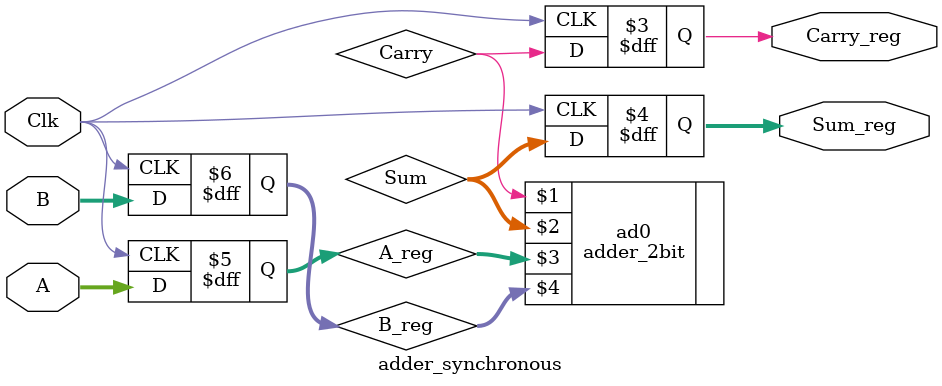
<source format=v>
`timescale 1ns / 1ps
`default_nettype none

module adder_synchronous(Carry_reg, Sum_reg, Clk, A, B);

//define the outputs and inputs, using regs as it stores information
    output reg Carry_reg;
    output reg [1:0] Sum_reg;
    
    input wire Clk;
    input wire [1:0] A, B;
    
   //define internal nets (inner wires)
    reg [1:0] A_reg, B_reg;
    wire Carry;
    wire [1:0] Sum;
    
    //instantiate the adder_2bit 
    adder_2bit ad0(Carry, Sum, A_reg, B_reg);

   
    
    always@ (posedge Clk) //trigger or positive edge of clock
        begin
            A_reg <= A; //non-blocking statement
            B_reg <= B;
        end
    
    always@ (posedge Clk) //repeating abouve for the output side of things
        begin
            Carry_reg <= Carry;
            Sum_reg <= Sum;
        end
    
endmodule //end module


//////////////////////////////////////////////////////////////////////////////////
// Company: 
// Engineer: 
// 
// Create Date: 03/24/2025 01:25:07 PM
// Design Name: 
// Module Name: adder_synchronous
// Project Name: 
// Target Devices: 
// Tool Versions: 
// Description: 
// 
// Dependencies: 
// 
// Revision:
// Revision 0.01 - File Created
// Additional Comments:
// 
//////////////////////////////////////////////////////////////////////////////////


</source>
